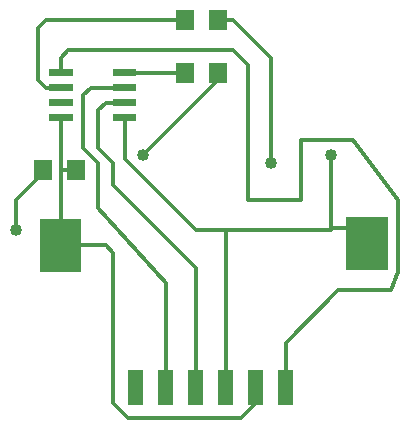
<source format=gbl>
G04 DipTrace 2.3.1.0*
%INgengar.GBL*%
%MOIN*%
%ADD13C,0.013*%
%ADD16R,0.063X0.0709*%
%ADD17C,0.04*%
%FSLAX44Y44*%
G04*
G70*
G90*
G75*
G01*
%LNBottom*%
%LPD*%
X10741Y15898D2*
D13*
Y14522D1*
X13115Y12148D1*
X14115D1*
X17615D1*
Y12239D1*
Y14648D1*
X14115Y6898D2*
Y12148D1*
X17615Y12239D2*
X18287D1*
X18825Y11701D1*
X8012Y14148D2*
Y14046D1*
X7115Y13148D1*
Y12148D1*
X16115Y6898D2*
Y8398D1*
X17865Y10148D1*
X19615D1*
X19871Y10764D1*
X19865Y13148D1*
X18371Y15148D1*
X16638D1*
Y13148D1*
X14865D1*
Y17648D1*
X14365Y18148D1*
X8865D1*
X8615Y17898D1*
Y17398D1*
X9115Y14148D2*
X8615D1*
Y15898D1*
Y11648D2*
Y14148D1*
X15115Y6898D2*
Y6398D1*
X14615Y5898D1*
X10865D1*
X10365Y6398D1*
Y11398D1*
X10115Y11648D1*
X8615D1*
X10741Y17398D2*
X12762D1*
X8615Y16898D2*
X8115D1*
X7865Y17148D1*
Y18898D1*
X8115Y19148D1*
X12762D1*
X13865Y17398D2*
Y17148D1*
X11365Y14648D1*
X13865Y19148D2*
X14365D1*
X15615Y17898D1*
Y14398D1*
X12115Y6898D2*
Y10398D1*
X9865Y12898D1*
Y14398D1*
X9365Y14898D1*
Y16648D1*
X9615Y16898D1*
X10741D1*
X13115Y6898D2*
Y10898D1*
X10365Y13648D1*
Y14398D1*
X9865Y14898D1*
Y16148D1*
X10115Y16398D1*
X10741D1*
D17*
X11365Y14648D3*
X15615Y14398D3*
X7115Y12148D3*
X17615Y14648D3*
G36*
X9304Y10762D2*
X7926D1*
Y12534D1*
X9304D1*
Y10762D1*
G37*
G36*
X19514Y10815D2*
X18136D1*
Y12587D1*
X19514D1*
Y10815D1*
G37*
D16*
X9115Y14148D3*
X8012D3*
G36*
X16365Y6308D2*
X15865D1*
Y7488D1*
X16365D1*
Y6308D1*
G37*
G36*
X15365D2*
X14865D1*
Y7488D1*
X15365D1*
Y6308D1*
G37*
G36*
X14365D2*
X13865D1*
Y7488D1*
X14365D1*
Y6308D1*
G37*
G36*
X13365D2*
X12865D1*
Y7488D1*
X13365D1*
Y6308D1*
G37*
G36*
X12365D2*
X11865D1*
Y7488D1*
X12365D1*
Y6308D1*
G37*
G36*
X11365D2*
X10865D1*
Y7488D1*
X11365D1*
Y6308D1*
G37*
D16*
X13865Y17398D3*
X12762D3*
X13865Y19148D3*
X12762D3*
G36*
X9009Y16016D2*
Y15780D1*
X8221D1*
Y16016D1*
X9009D1*
G37*
G36*
Y16516D2*
Y16280D1*
X8221D1*
Y16516D1*
X9009D1*
G37*
G36*
Y17016D2*
Y16780D1*
X8221D1*
Y17016D1*
X9009D1*
G37*
G36*
Y17516D2*
Y17280D1*
X8221D1*
Y17516D1*
X9009D1*
G37*
G36*
X11134D2*
Y17280D1*
X10347D1*
Y17516D1*
X11134D1*
G37*
G36*
Y17016D2*
Y16780D1*
X10347D1*
Y17016D1*
X11134D1*
G37*
G36*
Y16516D2*
Y16280D1*
X10347D1*
Y16516D1*
X11134D1*
G37*
G36*
Y16016D2*
Y15780D1*
X10347D1*
Y16016D1*
X11134D1*
G37*
M02*

</source>
